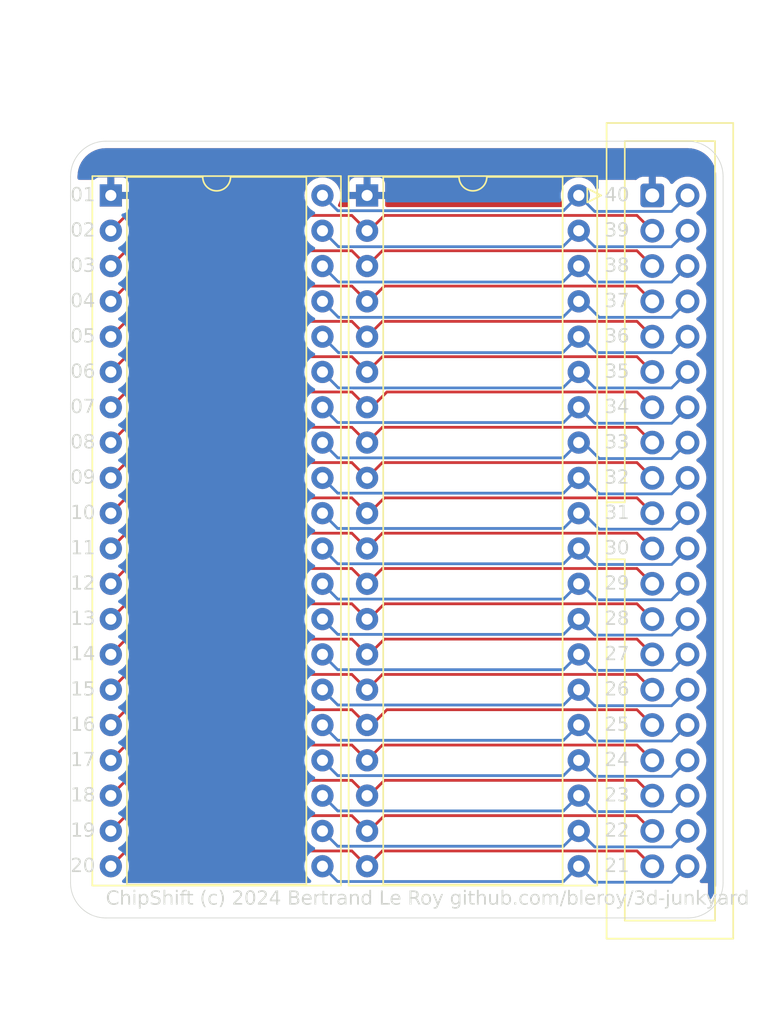
<source format=kicad_pcb>
(kicad_pcb (version 20240108) (generator "pcbnew") (generator_version "8.0")
  (layers (0 "F.Cu" signal) (31 "B.Cu" signal) (34 "B.Paste" user) (35 "F.Paste" user) (36 "B.SilkS" user "B.Silkscreen") (37 "F.SilkS" user "F.Silkscreen") (38 "B.Mask" user) (39 "F.Mask" user) (44 "Edge.Cuts" user))
  (net 0 "")
  (net 1 "Net-(J1-Pin_33)")
  (net 2 "Net-(J1-Pin_15)")
  (net 3 "Net-(J1-Pin_24)")
  (net 4 "Net-(J1-Pin_2)")
  (net 5 "Net-(J1-Pin_7)")
  (net 6 "Net-(J1-Pin_1)")
  (net 7 "Net-(J1-Pin_35)")
  (net 8 "Net-(J1-Pin_36)")
  (net 9 "Net-(J1-Pin_26)")
  (net 10 "Net-(J1-Pin_10)")
  (net 11 "Net-(J1-Pin_32)")
  (net 12 "Net-(J1-Pin_14)")
  (net 13 "Net-(J1-Pin_8)")
  (net 14 "Net-(J1-Pin_18)")
  (net 15 "Net-(J1-Pin_12)")
  (net 16 "Net-(J1-Pin_11)")
  (net 17 "Net-(J1-Pin_9)")
  (net 18 "Net-(J1-Pin_3)")
  (net 19 "Net-(J1-Pin_13)")
  (net 20 "Net-(J1-Pin_28)")
  (net 21 "Net-(J1-Pin_22)")
  (net 22 "Net-(J1-Pin_37)")
  (net 23 "Net-(J1-Pin_30)")
  (net 24 "Net-(J1-Pin_25)")
  (net 25 "Net-(J1-Pin_16)")
  (net 26 "Net-(J1-Pin_5)")
  (net 27 "Net-(J1-Pin_23)")
  (net 28 "Net-(J1-Pin_6)")
  (net 29 "Net-(J1-Pin_29)")
  (net 30 "Net-(J1-Pin_38)")
  (net 31 "Net-(J1-Pin_21)")
  (net 32 "Net-(J1-Pin_4)")
  (net 33 "Net-(J1-Pin_19)")
  (net 34 "Net-(J1-Pin_34)")
  (net 35 "Net-(J1-Pin_17)")
  (net 36 "Net-(J1-Pin_20)")
  (net 37 "Net-(J1-Pin_31)")
  (net 38 "Net-(J1-Pin_39)")
  (net 39 "Net-(J1-Pin_40)")
  (net 40 "Net-(J1-Pin_27)")
  (footprint "Package_DIP:DIP-40_W15.24mm_Socket" (layer "F.Cu") (at 92.475 42)
    (property "Reference" "J2" (hide yes))
    (property "Value" "Conn_01x40" (hide yes))
    (fp_line (start -1.33 -1.39) (end -1.33 49.65) (stroke (width 0.12)) (layer "F.SilkS"))
    (fp_line (start -1.33 49.65) (end 16.57 49.65) (stroke (width 0.12)) (layer "F.SilkS"))
    (fp_line (start 1.16 -1.33) (end 1.16 49.59) (stroke (width 0.12)) (layer "F.SilkS"))
    (fp_line (start 1.16 49.59) (end 14.08 49.59) (stroke (width 0.12)) (layer "F.SilkS"))
    (fp_line (start 6.62 -1.33) (end 1.16 -1.33) (stroke (width 0.12)) (layer "F.SilkS"))
    (fp_line (start 14.08 -1.33) (end 8.62 -1.33) (stroke (width 0.12)) (layer "F.SilkS"))
    (fp_line (start 14.08 49.59) (end 14.08 -1.33) (stroke (width 0.12)) (layer "F.SilkS"))
    (fp_line (start 16.57 -1.39) (end -1.33 -1.39) (stroke (width 0.12)) (layer "F.SilkS"))
    (fp_line (start 16.57 49.65) (end 16.57 -1.39) (stroke (width 0.12)) (layer "F.SilkS"))
    (fp_arc (start 8.62 -1.33) (mid 7.62 -0.33) (end 6.62 -1.33) (stroke (width 0.12)) (layer "F.SilkS"))
    (pad "1" thru_hole rect (at 0 0) (size 1.6 1.6) (drill 0.8) (layers "*.Cu" "*.Mask") (net 6 "Net-(J1-Pin_1)"))
    (pad "2" thru_hole oval (at 0 2.54) (size 1.6 1.6) (drill 0.8) (layers "*.Cu" "*.Mask") (net 4 "Net-(J1-Pin_2)"))
    (pad "3" thru_hole oval (at 0 5.08) (size 1.6 1.6) (drill 0.8) (layers "*.Cu" "*.Mask") (net 18 "Net-(J1-Pin_3)"))
    (pad "4" thru_hole oval (at 0 7.62) (size 1.6 1.6) (drill 0.8) (layers "*.Cu" "*.Mask") (net 32 "Net-(J1-Pin_4)"))
    (pad "5" thru_hole oval (at 0 10.16) (size 1.6 1.6) (drill 0.8) (layers "*.Cu" "*.Mask") (net 26 "Net-(J1-Pin_5)"))
    (pad "6" thru_hole oval (at 0 12.7) (size 1.6 1.6) (drill 0.8) (layers "*.Cu" "*.Mask") (net 28 "Net-(J1-Pin_6)"))
    (pad "7" thru_hole oval (at 0 15.24) (size 1.6 1.6) (drill 0.8) (layers "*.Cu" "*.Mask") (net 5 "Net-(J1-Pin_7)"))
    (pad "8" thru_hole oval (at 0 17.78) (size 1.6 1.6) (drill 0.8) (layers "*.Cu" "*.Mask") (net 13 "Net-(J1-Pin_8)"))
    (pad "9" thru_hole oval (at 0 20.32) (size 1.6 1.6) (drill 0.8) (layers "*.Cu" "*.Mask") (net 17 "Net-(J1-Pin_9)"))
    (pad "10" thru_hole oval (at 0 22.86) (size 1.6 1.6) (drill 0.8) (layers "*.Cu" "*.Mask") (net 10 "Net-(J1-Pin_10)"))
    (pad "11" thru_hole oval (at 0 25.4) (size 1.6 1.6) (drill 0.8) (layers "*.Cu" "*.Mask") (net 16 "Net-(J1-Pin_11)"))
    (pad "12" thru_hole oval (at 0 27.94) (size 1.6 1.6) (drill 0.8) (layers "*.Cu" "*.Mask") (net 15 "Net-(J1-Pin_12)"))
    (pad "13" thru_hole oval (at 0 30.48) (size 1.6 1.6) (drill 0.8) (layers "*.Cu" "*.Mask") (net 19 "Net-(J1-Pin_13)"))
    (pad "14" thru_hole oval (at 0 33.02) (size 1.6 1.6) (drill 0.8) (layers "*.Cu" "*.Mask") (net 12 "Net-(J1-Pin_14)"))
    (pad "15" thru_hole oval (at 0 35.56) (size 1.6 1.6) (drill 0.8) (layers "*.Cu" "*.Mask") (net 2 "Net-(J1-Pin_15)"))
    (pad "16" thru_hole oval (at 0 38.1) (size 1.6 1.6) (drill 0.8) (layers "*.Cu" "*.Mask") (net 25 "Net-(J1-Pin_16)"))
    (pad "17" thru_hole oval (at 0 40.64) (size 1.6 1.6) (drill 0.8) (layers "*.Cu" "*.Mask") (net 35 "Net-(J1-Pin_17)"))
    (pad "18" thru_hole oval (at 0 43.18) (size 1.6 1.6) (drill 0.8) (layers "*.Cu" "*.Mask") (net 14 "Net-(J1-Pin_18)"))
    (pad "19" thru_hole oval (at 0 45.72) (size 1.6 1.6) (drill 0.8) (layers "*.Cu" "*.Mask") (net 33 "Net-(J1-Pin_19)"))
    (pad "20" thru_hole oval (at 0 48.26) (size 1.6 1.6) (drill 0.8) (layers "*.Cu" "*.Mask") (net 36 "Net-(J1-Pin_20)"))
    (pad "21" thru_hole oval (at 15.24 48.26) (size 1.6 1.6) (drill 0.8) (layers "*.Cu" "*.Mask") (net 31 "Net-(J1-Pin_21)"))
    (pad "22" thru_hole oval (at 15.24 45.72) (size 1.6 1.6) (drill 0.8) (layers "*.Cu" "*.Mask") (net 21 "Net-(J1-Pin_22)"))
    (pad "23" thru_hole oval (at 15.24 43.18) (size 1.6 1.6) (drill 0.8) (layers "*.Cu" "*.Mask") (net 27 "Net-(J1-Pin_23)"))
    (pad "24" thru_hole oval (at 15.24 40.64) (size 1.6 1.6) (drill 0.8) (layers "*.Cu" "*.Mask") (net 3 "Net-(J1-Pin_24)"))
    (pad "25" thru_hole oval (at 15.24 38.1) (size 1.6 1.6) (drill 0.8) (layers "*.Cu" "*.Mask") (net 24 "Net-(J1-Pin_25)"))
    (pad "26" thru_hole oval (at 15.24 35.56) (size 1.6 1.6) (drill 0.8) (layers "*.Cu" "*.Mask") (net 9 "Net-(J1-Pin_26)"))
    (pad "27" thru_hole oval (at 15.24 33.02) (size 1.6 1.6) (drill 0.8) (layers "*.Cu" "*.Mask") (net 40 "Net-(J1-Pin_27)"))
    (pad "28" thru_hole oval (at 15.24 30.48) (size 1.6 1.6) (drill 0.8) (layers "*.Cu" "*.Mask") (net 20 "Net-(J1-Pin_28)"))
    (pad "29" thru_hole oval (at 15.24 27.94) (size 1.6 1.6) (drill 0.8) (layers "*.Cu" "*.Mask") (net 29 "Net-(J1-Pin_29)"))
    (pad "30" thru_hole oval (at 15.24 25.4) (size 1.6 1.6) (drill 0.8) (layers "*.Cu" "*.Mask") (net 23 "Net-(J1-Pin_30)"))
    (pad "31" thru_hole oval (at 15.24 22.86) (size 1.6 1.6) (drill 0.8) (layers "*.Cu" "*.Mask") (net 37 "Net-(J1-Pin_31)"))
    (pad "32" thru_hole oval (at 15.24 20.32) (size 1.6 1.6) (drill 0.8) (layers "*.Cu" "*.Mask") (net 11 "Net-(J1-Pin_32)"))
    (pad "33" thru_hole oval (at 15.24 17.78) (size 1.6 1.6) (drill 0.8) (layers "*.Cu" "*.Mask") (net 1 "Net-(J1-Pin_33)"))
    (pad "34" thru_hole oval (at 15.24 15.24) (size 1.6 1.6) (drill 0.8) (layers "*.Cu" "*.Mask") (net 34 "Net-(J1-Pin_34)"))
    (pad "35" thru_hole oval (at 15.24 12.7) (size 1.6 1.6) (drill 0.8) (layers "*.Cu" "*.Mask") (net 7 "Net-(J1-Pin_35)"))
    (pad "36" thru_hole oval (at 15.24 10.16) (size 1.6 1.6) (drill 0.8) (layers "*.Cu" "*.Mask") (net 8 "Net-(J1-Pin_36)"))
    (pad "37" thru_hole oval (at 15.24 7.62) (size 1.6 1.6) (drill 0.8) (layers "*.Cu" "*.Mask") (net 22 "Net-(J1-Pin_37)"))
    (pad "38" thru_hole oval (at 15.24 5.08) (size 1.6 1.6) (drill 0.8) (layers "*.Cu" "*.Mask") (net 30 "Net-(J1-Pin_38)"))
    (pad "39" thru_hole oval (at 15.24 2.54) (size 1.6 1.6) (drill 0.8) (layers "*.Cu" "*.Mask") (net 38 "Net-(J1-Pin_39)"))
    (pad "40" thru_hole oval (at 15.24 0) (size 1.6 1.6) (drill 0.8) (layers "*.Cu" "*.Mask") (net 39 "Net-(J1-Pin_40)"))
  )
  (footprint "Package_DIP:DIP-40_W15.24mm_Socket" (layer "F.Cu") (at 74.02 42)
    (property "Reference" "J1" (hide yes))
    (property "Value" "Conn_01x40" (hide yes))
    (fp_line (start -1.33 -1.39) (end -1.33 49.65) (stroke (width 0.12)) (layer "F.SilkS"))
    (fp_line (start -1.33 49.65) (end 16.57 49.65) (stroke (width 0.12)) (layer "F.SilkS"))
    (fp_line (start 1.16 -1.33) (end 1.16 49.59) (stroke (width 0.12)) (layer "F.SilkS"))
    (fp_line (start 1.16 49.59) (end 14.08 49.59) (stroke (width 0.12)) (layer "F.SilkS"))
    (fp_line (start 6.62 -1.33) (end 1.16 -1.33) (stroke (width 0.12)) (layer "F.SilkS"))
    (fp_line (start 14.08 -1.33) (end 8.62 -1.33) (stroke (width 0.12)) (layer "F.SilkS"))
    (fp_line (start 14.08 49.59) (end 14.08 -1.33) (stroke (width 0.12)) (layer "F.SilkS"))
    (fp_line (start 16.57 -1.39) (end -1.33 -1.39) (stroke (width 0.12)) (layer "F.SilkS"))
    (fp_line (start 16.57 49.65) (end 16.57 -1.39) (stroke (width 0.12)) (layer "F.SilkS"))
    (fp_arc (start 8.62 -1.33) (mid 7.62 -0.33) (end 6.62 -1.33) (stroke (width 0.12)) (layer "F.SilkS"))
    (pad "1" thru_hole rect (at 0 0) (size 1.6 1.6) (drill 0.8) (layers "*.Cu" "*.Mask") (net 6 "Net-(J1-Pin_1)"))
    (pad "2" thru_hole oval (at 0 2.54) (size 1.6 1.6) (drill 0.8) (layers "*.Cu" "*.Mask") (net 4 "Net-(J1-Pin_2)"))
    (pad "3" thru_hole oval (at 0 5.08) (size 1.6 1.6) (drill 0.8) (layers "*.Cu" "*.Mask") (net 18 "Net-(J1-Pin_3)"))
    (pad "4" thru_hole oval (at 0 7.62) (size 1.6 1.6) (drill 0.8) (layers "*.Cu" "*.Mask") (net 32 "Net-(J1-Pin_4)"))
    (pad "5" thru_hole oval (at 0 10.16) (size 1.6 1.6) (drill 0.8) (layers "*.Cu" "*.Mask") (net 26 "Net-(J1-Pin_5)"))
    (pad "6" thru_hole oval (at 0 12.7) (size 1.6 1.6) (drill 0.8) (layers "*.Cu" "*.Mask") (net 28 "Net-(J1-Pin_6)"))
    (pad "7" thru_hole oval (at 0 15.24) (size 1.6 1.6) (drill 0.8) (layers "*.Cu" "*.Mask") (net 5 "Net-(J1-Pin_7)"))
    (pad "8" thru_hole oval (at 0 17.78) (size 1.6 1.6) (drill 0.8) (layers "*.Cu" "*.Mask") (net 13 "Net-(J1-Pin_8)"))
    (pad "9" thru_hole oval (at 0 20.32) (size 1.6 1.6) (drill 0.8) (layers "*.Cu" "*.Mask") (net 17 "Net-(J1-Pin_9)"))
    (pad "10" thru_hole oval (at 0 22.86) (size 1.6 1.6) (drill 0.8) (layers "*.Cu" "*.Mask") (net 10 "Net-(J1-Pin_10)"))
    (pad "11" thru_hole oval (at 0 25.4) (size 1.6 1.6) (drill 0.8) (layers "*.Cu" "*.Mask") (net 16 "Net-(J1-Pin_11)"))
    (pad "12" thru_hole oval (at 0 27.94) (size 1.6 1.6) (drill 0.8) (layers "*.Cu" "*.Mask") (net 15 "Net-(J1-Pin_12)"))
    (pad "13" thru_hole oval (at 0 30.48) (size 1.6 1.6) (drill 0.8) (layers "*.Cu" "*.Mask") (net 19 "Net-(J1-Pin_13)"))
    (pad "14" thru_hole oval (at 0 33.02) (size 1.6 1.6) (drill 0.8) (layers "*.Cu" "*.Mask") (net 12 "Net-(J1-Pin_14)"))
    (pad "15" thru_hole oval (at 0 35.56) (size 1.6 1.6) (drill 0.8) (layers "*.Cu" "*.Mask") (net 2 "Net-(J1-Pin_15)"))
    (pad "16" thru_hole oval (at 0 38.1) (size 1.6 1.6) (drill 0.8) (layers "*.Cu" "*.Mask") (net 25 "Net-(J1-Pin_16)"))
    (pad "17" thru_hole oval (at 0 40.64) (size 1.6 1.6) (drill 0.8) (layers "*.Cu" "*.Mask") (net 35 "Net-(J1-Pin_17)"))
    (pad "18" thru_hole oval (at 0 43.18) (size 1.6 1.6) (drill 0.8) (layers "*.Cu" "*.Mask") (net 14 "Net-(J1-Pin_18)"))
    (pad "19" thru_hole oval (at 0 45.72) (size 1.6 1.6) (drill 0.8) (layers "*.Cu" "*.Mask") (net 33 "Net-(J1-Pin_19)"))
    (pad "20" thru_hole oval (at 0 48.26) (size 1.6 1.6) (drill 0.8) (layers "*.Cu" "*.Mask") (net 36 "Net-(J1-Pin_20)"))
    (pad "21" thru_hole oval (at 15.24 48.26) (size 1.6 1.6) (drill 0.8) (layers "*.Cu" "*.Mask") (net 31 "Net-(J1-Pin_21)"))
    (pad "22" thru_hole oval (at 15.24 45.72) (size 1.6 1.6) (drill 0.8) (layers "*.Cu" "*.Mask") (net 21 "Net-(J1-Pin_22)"))
    (pad "23" thru_hole oval (at 15.24 43.18) (size 1.6 1.6) (drill 0.8) (layers "*.Cu" "*.Mask") (net 27 "Net-(J1-Pin_23)"))
    (pad "24" thru_hole oval (at 15.24 40.64) (size 1.6 1.6) (drill 0.8) (layers "*.Cu" "*.Mask") (net 3 "Net-(J1-Pin_24)"))
    (pad "25" thru_hole oval (at 15.24 38.1) (size 1.6 1.6) (drill 0.8) (layers "*.Cu" "*.Mask") (net 24 "Net-(J1-Pin_25)"))
    (pad "26" thru_hole oval (at 15.24 35.56) (size 1.6 1.6) (drill 0.8) (layers "*.Cu" "*.Mask") (net 9 "Net-(J1-Pin_26)"))
    (pad "27" thru_hole oval (at 15.24 33.02) (size 1.6 1.6) (drill 0.8) (layers "*.Cu" "*.Mask") (net 40 "Net-(J1-Pin_27)"))
    (pad "28" thru_hole oval (at 15.24 30.48) (size 1.6 1.6) (drill 0.8) (layers "*.Cu" "*.Mask") (net 20 "Net-(J1-Pin_28)"))
    (pad "29" thru_hole oval (at 15.24 27.94) (size 1.6 1.6) (drill 0.8) (layers "*.Cu" "*.Mask") (net 29 "Net-(J1-Pin_29)"))
    (pad "30" thru_hole oval (at 15.24 25.4) (size 1.6 1.6) (drill 0.8) (layers "*.Cu" "*.Mask") (net 23 "Net-(J1-Pin_30)"))
    (pad "31" thru_hole oval (at 15.24 22.86) (size 1.6 1.6) (drill 0.8) (layers "*.Cu" "*.Mask") (net 37 "Net-(J1-Pin_31)"))
    (pad "32" thru_hole oval (at 15.24 20.32) (size 1.6 1.6) (drill 0.8) (layers "*.Cu" "*.Mask") (net 11 "Net-(J1-Pin_32)"))
    (pad "33" thru_hole oval (at 15.24 17.78) (size 1.6 1.6) (drill 0.8) (layers "*.Cu" "*.Mask") (net 1 "Net-(J1-Pin_33)"))
    (pad "34" thru_hole oval (at 15.24 15.24) (size 1.6 1.6) (drill 0.8) (layers "*.Cu" "*.Mask") (net 34 "Net-(J1-Pin_34)"))
    (pad "35" thru_hole oval (at 15.24 12.7) (size 1.6 1.6) (drill 0.8) (layers "*.Cu" "*.Mask") (net 7 "Net-(J1-Pin_35)"))
    (pad "36" thru_hole oval (at 15.24 10.16) (size 1.6 1.6) (drill 0.8) (layers "*.Cu" "*.Mask") (net 8 "Net-(J1-Pin_36)"))
    (pad "37" thru_hole oval (at 15.24 7.62) (size 1.6 1.6) (drill 0.8) (layers "*.Cu" "*.Mask") (net 22 "Net-(J1-Pin_37)"))
    (pad "38" thru_hole oval (at 15.24 5.08) (size 1.6 1.6) (drill 0.8) (layers "*.Cu" "*.Mask") (net 30 "Net-(J1-Pin_38)"))
    (pad "39" thru_hole oval (at 15.24 2.54) (size 1.6 1.6) (drill 0.8) (layers "*.Cu" "*.Mask") (net 38 "Net-(J1-Pin_39)"))
    (pad "40" thru_hole oval (at 15.24 0) (size 1.6 1.6) (drill 0.8) (layers "*.Cu" "*.Mask") (net 39 "Net-(J1-Pin_40)"))
  )
  (footprint "Connector_IDC:IDC-Header_2x20_P2.54mm_Vertical" (layer "F.Cu") (at 113.01 42)
    (property "Reference" "J3" (hide yes))
    (property "Value" "Conn_01x40" (hide yes))
    (fp_line (start -4.68 -0.5) (end -4.68 0.5) (stroke (width 0.12)) (layer "F.SilkS"))
    (fp_line (start -4.68 0.5) (end -3.68 0) (stroke (width 0.12)) (layer "F.SilkS"))
    (fp_line (start -3.68 0) (end -4.68 -0.5) (stroke (width 0.12)) (layer "F.SilkS"))
    (fp_line (start -3.29 -5.21) (end 5.83 -5.21) (stroke (width 0.12)) (layer "F.SilkS"))
    (fp_line (start -3.29 22.08) (end -1.98 22.08) (stroke (width 0.12)) (layer "F.SilkS"))
    (fp_line (start -3.29 53.47) (end -3.29 -5.21) (stroke (width 0.12)) (layer "F.SilkS"))
    (fp_line (start -1.98 -3.91) (end 4.52 -3.91) (stroke (width 0.12)) (layer "F.SilkS"))
    (fp_line (start -1.98 22.08) (end -1.98 -3.91) (stroke (width 0.12)) (layer "F.SilkS"))
    (fp_line (start -1.98 26.18) (end -3.29 26.18) (stroke (width 0.12)) (layer "F.SilkS"))
    (fp_line (start -1.98 26.18) (end -1.98 26.18) (stroke (width 0.12)) (layer "F.SilkS"))
    (fp_line (start -1.98 52.17) (end -1.98 26.18) (stroke (width 0.12)) (layer "F.SilkS"))
    (fp_line (start 4.52 -3.91) (end 4.52 52.17) (stroke (width 0.12)) (layer "F.SilkS"))
    (fp_line (start 4.52 52.17) (end -1.98 52.17) (stroke (width 0.12)) (layer "F.SilkS"))
    (fp_line (start 5.83 -5.21) (end 5.83 53.47) (stroke (width 0.12)) (layer "F.SilkS"))
    (fp_line (start 5.83 53.47) (end -3.29 53.47) (stroke (width 0.12)) (layer "F.SilkS"))
    (pad "1" thru_hole roundrect (at 0 0) (size 1.7 1.7) (drill 1) (layers "*.Cu" "*.Mask") (roundrect_rratio 0.1470588235) (net 6 "Net-(J1-Pin_1)"))
    (pad "2" thru_hole circle (at 0 2.54) (size 1.7 1.7) (drill 1) (layers "*.Cu" "*.Mask") (net 4 "Net-(J1-Pin_2)"))
    (pad "3" thru_hole circle (at 0 5.08) (size 1.7 1.7) (drill 1) (layers "*.Cu" "*.Mask") (net 18 "Net-(J1-Pin_3)"))
    (pad "4" thru_hole circle (at 0 7.62) (size 1.7 1.7) (drill 1) (layers "*.Cu" "*.Mask") (net 32 "Net-(J1-Pin_4)"))
    (pad "5" thru_hole circle (at 0 10.16) (size 1.7 1.7) (drill 1) (layers "*.Cu" "*.Mask") (net 26 "Net-(J1-Pin_5)"))
    (pad "6" thru_hole circle (at 0 12.7) (size 1.7 1.7) (drill 1) (layers "*.Cu" "*.Mask") (net 28 "Net-(J1-Pin_6)"))
    (pad "7" thru_hole circle (at 0 15.24) (size 1.7 1.7) (drill 1) (layers "*.Cu" "*.Mask") (net 5 "Net-(J1-Pin_7)"))
    (pad "8" thru_hole circle (at 0 17.78) (size 1.7 1.7) (drill 1) (layers "*.Cu" "*.Mask") (net 13 "Net-(J1-Pin_8)"))
    (pad "9" thru_hole circle (at 0 20.32) (size 1.7 1.7) (drill 1) (layers "*.Cu" "*.Mask") (net 17 "Net-(J1-Pin_9)"))
    (pad "10" thru_hole circle (at 0 22.86) (size 1.7 1.7) (drill 1) (layers "*.Cu" "*.Mask") (net 10 "Net-(J1-Pin_10)"))
    (pad "11" thru_hole circle (at 0 25.4) (size 1.7 1.7) (drill 1) (layers "*.Cu" "*.Mask") (net 16 "Net-(J1-Pin_11)"))
    (pad "12" thru_hole circle (at 0 27.94) (size 1.7 1.7) (drill 1) (layers "*.Cu" "*.Mask") (net 15 "Net-(J1-Pin_12)"))
    (pad "13" thru_hole circle (at 0 30.48) (size 1.7 1.7) (drill 1) (layers "*.Cu" "*.Mask") (net 19 "Net-(J1-Pin_13)"))
    (pad "14" thru_hole circle (at 0 33.02) (size 1.7 1.7) (drill 1) (layers "*.Cu" "*.Mask") (net 12 "Net-(J1-Pin_14)"))
    (pad "15" thru_hole circle (at 0 35.56) (size 1.7 1.7) (drill 1) (layers "*.Cu" "*.Mask") (net 2 "Net-(J1-Pin_15)"))
    (pad "16" thru_hole circle (at 0 38.1) (size 1.7 1.7) (drill 1) (layers "*.Cu" "*.Mask") (net 25 "Net-(J1-Pin_16)"))
    (pad "17" thru_hole circle (at 0 40.64) (size 1.7 1.7) (drill 1) (layers "*.Cu" "*.Mask") (net 35 "Net-(J1-Pin_17)"))
    (pad "18" thru_hole circle (at 0 43.18) (size 1.7 1.7) (drill 1) (layers "*.Cu" "*.Mask") (net 14 "Net-(J1-Pin_18)"))
    (pad "19" thru_hole circle (at 0 45.72) (size 1.7 1.7) (drill 1) (layers "*.Cu" "*.Mask") (net 33 "Net-(J1-Pin_19)"))
    (pad "20" thru_hole circle (at 0 48.26) (size 1.7 1.7) (drill 1) (layers "*.Cu" "*.Mask") (net 36 "Net-(J1-Pin_20)"))
    (pad "21" thru_hole circle (at 2.54 48.26) (size 1.7 1.7) (drill 1) (layers "*.Cu" "*.Mask") (net 31 "Net-(J1-Pin_21)"))
    (pad "22" thru_hole circle (at 2.54 45.72) (size 1.7 1.7) (drill 1) (layers "*.Cu" "*.Mask") (net 21 "Net-(J1-Pin_22)"))
    (pad "23" thru_hole circle (at 2.54 43.18) (size 1.7 1.7) (drill 1) (layers "*.Cu" "*.Mask") (net 27 "Net-(J1-Pin_23)"))
    (pad "24" thru_hole circle (at 2.54 40.64) (size 1.7 1.7) (drill 1) (layers "*.Cu" "*.Mask") (net 3 "Net-(J1-Pin_24)"))
    (pad "25" thru_hole circle (at 2.54 38.1) (size 1.7 1.7) (drill 1) (layers "*.Cu" "*.Mask") (net 24 "Net-(J1-Pin_25)"))
    (pad "26" thru_hole circle (at 2.54 35.56) (size 1.7 1.7) (drill 1) (layers "*.Cu" "*.Mask") (net 9 "Net-(J1-Pin_26)"))
    (pad "27" thru_hole circle (at 2.54 33.02) (size 1.7 1.7) (drill 1) (layers "*.Cu" "*.Mask") (net 40 "Net-(J1-Pin_27)"))
    (pad "28" thru_hole circle (at 2.54 30.48) (size 1.7 1.7) (drill 1) (layers "*.Cu" "*.Mask") (net 20 "Net-(J1-Pin_28)"))
    (pad "29" thru_hole circle (at 2.54 27.94) (size 1.7 1.7) (drill 1) (layers "*.Cu" "*.Mask") (net 29 "Net-(J1-Pin_29)"))
    (pad "30" thru_hole circle (at 2.54 25.4) (size 1.7 1.7) (drill 1) (layers "*.Cu" "*.Mask") (net 23 "Net-(J1-Pin_30)"))
    (pad "31" thru_hole circle (at 2.54 22.86) (size 1.7 1.7) (drill 1) (layers "*.Cu" "*.Mask") (net 37 "Net-(J1-Pin_31)"))
    (pad "32" thru_hole circle (at 2.54 20.32) (size 1.7 1.7) (drill 1) (layers "*.Cu" "*.Mask") (net 11 "Net-(J1-Pin_32)"))
    (pad "33" thru_hole circle (at 2.54 17.78) (size 1.7 1.7) (drill 1) (layers "*.Cu" "*.Mask") (net 1 "Net-(J1-Pin_33)"))
    (pad "34" thru_hole circle (at 2.54 15.24) (size 1.7 1.7) (drill 1) (layers "*.Cu" "*.Mask") (net 34 "Net-(J1-Pin_34)"))
    (pad "35" thru_hole circle (at 2.54 12.7) (size 1.7 1.7) (drill 1) (layers "*.Cu" "*.Mask") (net 7 "Net-(J1-Pin_35)"))
    (pad "36" thru_hole circle (at 2.54 10.16) (size 1.7 1.7) (drill 1) (layers "*.Cu" "*.Mask") (net 8 "Net-(J1-Pin_36)"))
    (pad "37" thru_hole circle (at 2.54 7.62) (size 1.7 1.7) (drill 1) (layers "*.Cu" "*.Mask") (net 22 "Net-(J1-Pin_37)"))
    (pad "38" thru_hole circle (at 2.54 5.08) (size 1.7 1.7) (drill 1) (layers "*.Cu" "*.Mask") (net 30 "Net-(J1-Pin_38)"))
    (pad "39" thru_hole circle (at 2.54 2.54) (size 1.7 1.7) (drill 1) (layers "*.Cu" "*.Mask") (net 38 "Net-(J1-Pin_39)"))
    (pad "40" thru_hole circle (at 2.54 0) (size 1.7 1.7) (drill 1) (layers "*.Cu" "*.Mask") (net 39 "Net-(J1-Pin_40)"))
  )
  (gr_line (start 115.57 93.98) (end 73.66 93.98) (stroke (width 0.05)) (layer "Edge.Cuts"))
  (gr_arc (start 115.57 38.1) (mid 117.366051 38.843949) (end 118.11 40.64) (stroke (width 0.05)) (layer "Edge.Cuts"))
  (gr_arc (start 118.11 91.44) (mid 117.366051 93.236051) (end 115.57 93.98) (stroke (width 0.05)) (layer "Edge.Cuts"))
  (gr_line (start 118.11 40.64) (end 118.11 91.44) (stroke (width 0.05)) (layer "Edge.Cuts"))
  (gr_line (start 71.12 91.44) (end 71.12 40.64) (stroke (width 0.05)) (layer "Edge.Cuts"))
  (gr_line (start 73.66 38.1) (end 115.57 38.1) (stroke (width 0.05)) (layer "Edge.Cuts"))
  (gr_arc (start 71.12 40.64) (mid 71.863949 38.843949) (end 73.66 38.1) (stroke (width 0.05)) (layer "Edge.Cuts"))
  (gr_arc (start 73.66 93.98) (mid 71.863949 93.236051) (end 71.12 91.44) (stroke (width 0.05)) (layer "Edge.Cuts"))
  (gr_text "03" (at 72.898 47.08 0) (layer "Edge.Cuts") (effects (font (size 1 1)) (justify right)))
  (gr_text "32" (at 109.58 62.32 0) (layer "Edge.Cuts") (effects (font (size 1 1)) (justify left)))
  (gr_text "31" (at 109.58 64.86 0) (layer "Edge.Cuts") (effects (font (size 1 1)) (justify left)))
  (gr_text "11" (at 72.898 67.4 0) (layer "Edge.Cuts") (effects (font (size 1 1)) (justify right)))
  (gr_text "39" (at 109.58 44.54 0) (layer "Edge.Cuts") (effects (font (size 1 1)) (justify left)))
  (gr_text "30" (at 109.58 67.4 0) (layer "Edge.Cuts") (effects (font (size 1 1)) (justify left)))
  (gr_text "26" (at 109.58 77.56 0) (layer "Edge.Cuts") (effects (font (size 1 1)) (justify left)))
  (gr_text "24" (at 109.58 82.64 0) (layer "Edge.Cuts") (effects (font (size 1 1)) (justify left)))
  (gr_text "28" (at 109.58 72.48 0) (layer "Edge.Cuts") (effects (font (size 1 1)) (justify left)))
  (gr_text "07" (at 72.898 57.24 0) (layer "Edge.Cuts") (effects (font (size 1 1)) (justify right)))
  (gr_text "29" (at 109.58 69.94 0) (layer "Edge.Cuts") (effects (font (size 1 1)) (justify left)))
  (gr_text "17" (at 72.898 82.64 0) (layer "Edge.Cuts") (effects (font (size 1 1)) (justify right)))
  (gr_text "18" (at 72.898 85.18 0) (layer "Edge.Cuts") (effects (font (size 1 1)) (justify right)))
  (gr_text "34" (at 109.58 57.24 0) (layer "Edge.Cuts") (effects (font (size 1 1)) (justify left)))
  (gr_text "38" (at 109.58 47.08 0) (layer "Edge.Cuts") (effects (font (size 1 1)) (justify left)))
  (gr_text "40" (at 109.58 42 0) (layer "Edge.Cuts") (effects (font (size 1 1)) (justify left)))
  (gr_text "33" (at 109.58 59.78 0) (layer "Edge.Cuts") (effects (font (size 1 1)) (justify left)))
  (gr_text "02" (at 72.898 44.54 0) (layer "Edge.Cuts") (effects (font (size 1 1)) (justify right)))
  (gr_text "20" (at 72.898 90.26 0) (layer "Edge.Cuts") (effects (font (size 1 1)) (justify right)))
  (gr_text "10" (at 72.898 64.86 0) (layer "Edge.Cuts") (effects (font (size 1 1)) (justify right)))
  (gr_text "22" (at 109.58 87.72 0) (layer "Edge.Cuts") (effects (font (size 1 1)) (justify left)))
  (gr_text "23" (at 109.58 85.18 0) (layer "Edge.Cuts") (effects (font (size 1 1)) (justify left)))
  (gr_text "37" (at 109.58 49.62 0) (layer "Edge.Cuts") (effects (font (size 1 1)) (justify left)))
  (gr_text "14" (at 72.898 75.02 0) (layer "Edge.Cuts") (effects (font (size 1 1)) (justify right)))
  (gr_text "ChipShift (c) 2024 Bertrand Le Roy github.com/bleroy/3d-junkyard" (at 73.66 93.1926 0) (layer "Edge.Cuts") (effects (font (size 1 1)) (justify left bottom)))
  (gr_text "13" (at 72.898 72.48 0) (layer "Edge.Cuts") (effects (font (size 1 1)) (justify right)))
  (gr_text "19" (at 72.898 87.72 0) (layer "Edge.Cuts") (effects (font (size 1 1)) (justify right)))
  (gr_text "16" (at 72.898 80.1 0) (layer "Edge.Cuts") (effects (font (size 1 1)) (justify right)))
  (gr_text "25" (at 109.58 80.1 0) (layer "Edge.Cuts") (effects (font (size 1 1)) (justify left)))
  (gr_text "15" (at 72.898 77.56 0) (layer "Edge.Cuts") (effects (font (size 1 1)) (justify right)))
  (gr_text "09" (at 72.898 62.32 0) (layer "Edge.Cuts") (effects (font (size 1 1)) (justify right)))
  (gr_text "12" (at 72.898 69.94 0) (layer "Edge.Cuts") (effects (font (size 1 1)) (justify right)))
  (gr_text "06" (at 72.898 54.7 0) (layer "Edge.Cuts") (effects (font (size 1 1)) (justify right)))
  (gr_text "21" (at 109.58 90.26 0) (layer "Edge.Cuts") (effects (font (size 1 1)) (justify left)))
  (gr_text "35" (at 109.58 54.7 0) (layer "Edge.Cuts") (effects (font (size 1 1)) (justify left)))
  (gr_text "08" (at 72.898 59.78 0) (layer "Edge.Cuts") (effects (font (size 1 1)) (justify right)))
  (gr_text "01" (at 72.898 42 0) (layer "Edge.Cuts") (effects (font (size 1 1)) (justify right)))
  (gr_text "27" (at 109.58 75.02 0) (layer "Edge.Cuts") (effects (font (size 1 1)) (justify left)))
  (gr_text "05" (at 72.898 52.16 0) (layer "Edge.Cuts") (effects (font (size 1 1)) (justify right)))
  (gr_text "04" (at 72.898 49.62 0) (layer "Edge.Cuts") (effects (font (size 1 1)) (justify right)))
  (gr_text "36" (at 109.58 52.16 0) (layer "Edge.Cuts") (effects (font (size 1 1)) (justify left)))
  (segment (start 89.26 59.78) (end 90.36 60.88) (width 0.2) (layer "B.Cu") (net 1))
  (segment (start 109.19 60.93) (end 114.4 60.93) (width 0.2) (layer "B.Cu") (net 1))
  (segment (start 107.715 59.78) (end 108.04 59.78) (width 0.2) (layer "B.Cu") (net 1))
  (segment (start 108.04 59.78) (end 109.19 60.93) (width 0.2) (layer "B.Cu") (net 1))
  (segment (start 106.615 60.88) (end 107.715 59.78) (width 0.2) (layer "B.Cu") (net 1))
  (segment (start 114.4 60.93) (end 115.55 59.78) (width 0.2) (layer "B.Cu") (net 1))
  (segment (start 90.36 60.88) (end 106.615 60.88) (width 0.2) (layer "B.Cu") (net 1))
  (segment (start 75.12 76.46) (end 91.375 76.46) (width 0.2) (layer "F.Cu") (net 2))
  (segment (start 92.475 77.56) (end 93.575 76.46) (width 0.2) (layer "F.Cu") (net 2))
  (segment (start 91.375 76.46) (end 92.475 77.56) (width 0.2) (layer "F.Cu") (net 2))
  (segment (start 93.575 76.46) (end 111.91 76.46) (width 0.2) (layer "F.Cu") (net 2))
  (segment (start 74.02 77.56) (end 75.12 76.46) (width 0.2) (layer "F.Cu") (net 2))
  (segment (start 111.91 76.46) (end 113.01 77.56) (width 0.2) (layer "F.Cu") (net 2))
  (segment (start 106.615 83.74) (end 107.715 82.64) (width 0.2) (layer "B.Cu") (net 3))
  (segment (start 108.865 83.79) (end 114.4 83.79) (width 0.2) (layer "B.Cu") (net 3))
  (segment (start 89.26 82.64) (end 90.36 83.74) (width 0.2) (layer "B.Cu") (net 3))
  (segment (start 107.715 82.64) (end 108.865 83.79) (width 0.2) (layer "B.Cu") (net 3))
  (segment (start 114.4 83.79) (end 115.55 82.64) (width 0.2) (layer "B.Cu") (net 3))
  (segment (start 90.36 83.74) (end 106.615 83.74) (width 0.2) (layer "B.Cu") (net 3))
  (segment (start 74.02 44.54) (end 75.12 43.44) (width 0.2) (layer "F.Cu") (net 4))
  (segment (start 92.475 44.54) (end 92.62 44.54) (width 0.2) (layer "F.Cu") (net 4))
  (segment (start 75.12 43.44) (end 91.375 43.44) (width 0.2) (layer "F.Cu") (net 4))
  (segment (start 92.62 44.54) (end 93.72 43.44) (width 0.2) (layer "F.Cu") (net 4))
  (segment (start 93.72 43.44) (end 111.91 43.44) (width 0.2) (layer "F.Cu") (net 4))
  (segment (start 111.91 43.44) (end 113.01 44.54) (width 0.2) (layer "F.Cu") (net 4))
  (segment (start 91.375 43.44) (end 92.475 44.54) (width 0.2) (layer "F.Cu") (net 4))
  (segment (start 75.12 56.14) (end 91.375 56.14) (width 0.2) (layer "F.Cu") (net 5))
  (segment (start 111.91 56.14) (end 113.01 57.24) (width 0.2) (layer "F.Cu") (net 5))
  (segment (start 92.475 57.24) (end 92.8 57.24) (width 0.2) (layer "F.Cu") (net 5))
  (segment (start 92.8 57.24) (end 93.9 56.14) (width 0.2) (layer "F.Cu") (net 5))
  (segment (start 74.02 57.24) (end 75.12 56.14) (width 0.2) (layer "F.Cu") (net 5))
  (segment (start 91.375 56.14) (end 92.475 57.24) (width 0.2) (layer "F.Cu") (net 5))
  (segment (start 93.9 56.14) (end 111.91 56.14) (width 0.2) (layer "F.Cu") (net 5))
  (segment (start 114.4 55.85) (end 115.55 54.7) (width 0.2) (layer "B.Cu") (net 7))
  (segment (start 89.26 54.7) (end 90.41 55.85) (width 0.2) (layer "B.Cu") (net 7))
  (segment (start 108.865 55.85) (end 114.4 55.85) (width 0.2) (layer "B.Cu") (net 7))
  (segment (start 107.715 54.7) (end 108.865 55.85) (width 0.2) (layer "B.Cu") (net 7))
  (segment (start 106.565 55.85) (end 107.715 54.7) (width 0.2) (layer "B.Cu") (net 7))
  (segment (start 90.41 55.85) (end 106.565 55.85) (width 0.2) (layer "B.Cu") (net 7))
  (segment (start 107.86 52.16) (end 109.01 53.31) (width 0.2) (layer "B.Cu") (net 8))
  (segment (start 106.565 53.31) (end 107.715 52.16) (width 0.2) (layer "B.Cu") (net 8))
  (segment (start 89.26 52.16) (end 90.41 53.31) (width 0.2) (layer "B.Cu") (net 8))
  (segment (start 114.4 53.31) (end 115.55 52.16) (width 0.2) (layer "B.Cu") (net 8))
  (segment (start 90.41 53.31) (end 106.565 53.31) (width 0.2) (layer "B.Cu") (net 8))
  (segment (start 107.715 52.16) (end 107.86 52.16) (width 0.2) (layer "B.Cu") (net 8))
  (segment (start 109.01 53.31) (end 114.4 53.31) (width 0.2) (layer "B.Cu") (net 8))
  (segment (start 114.4 78.71) (end 115.55 77.56) (width 0.2) (layer "B.Cu") (net 9))
  (segment (start 108.865 78.71) (end 114.4 78.71) (width 0.2) (layer "B.Cu") (net 9))
  (segment (start 106.615 78.66) (end 107.715 77.56) (width 0.2) (layer "B.Cu") (net 9))
  (segment (start 107.715 77.56) (end 108.865 78.71) (width 0.2) (layer "B.Cu") (net 9))
  (segment (start 89.26 77.56) (end 90.36 78.66) (width 0.2) (layer "B.Cu") (net 9))
  (segment (start 90.36 78.66) (end 106.615 78.66) (width 0.2) (layer "B.Cu") (net 9))
  (segment (start 111.91 63.76) (end 113.01 64.86) (width 0.2) (layer "F.Cu") (net 10))
  (segment (start 75.12 63.76) (end 91.375 63.76) (width 0.2) (layer "F.Cu") (net 10))
  (segment (start 92.475 64.86) (end 92.62 64.86) (width 0.2) (layer "F.Cu") (net 10))
  (segment (start 93.72 63.76) (end 111.91 63.76) (width 0.2) (layer "F.Cu") (net 10))
  (segment (start 92.62 64.86) (end 93.72 63.76) (width 0.2) (layer "F.Cu") (net 10))
  (segment (start 74.02 64.86) (end 75.12 63.76) (width 0.2) (layer "F.Cu") (net 10))
  (segment (start 91.375 63.76) (end 92.475 64.86) (width 0.2) (layer "F.Cu") (net 10))
  (segment (start 107.715 62.32) (end 108.04 62.32) (width 0.2) (layer "B.Cu") (net 11))
  (segment (start 89.26 62.32) (end 90.36 63.42) (width 0.2) (layer "B.Cu") (net 11))
  (segment (start 114.4 63.47) (end 115.55 62.32) (width 0.2) (layer "B.Cu") (net 11))
  (segment (start 108.04 62.32) (end 109.19 63.47) (width 0.2) (layer "B.Cu") (net 11))
  (segment (start 109.19 63.47) (end 114.4 63.47) (width 0.2) (layer "B.Cu") (net 11))
  (segment (start 106.615 63.42) (end 107.715 62.32) (width 0.2) (layer "B.Cu") (net 11))
  (segment (start 90.36 63.42) (end 106.615 63.42) (width 0.2) (layer "B.Cu") (net 11))
  (segment (start 74.02 75.02) (end 75.12 73.92) (width 0.2) (layer "F.Cu") (net 12))
  (segment (start 75.12 73.92) (end 91.375 73.92) (width 0.2) (layer "F.Cu") (net 12))
  (segment (start 92.475 75.02) (end 92.62 75.02) (width 0.2) (layer "F.Cu") (net 12))
  (segment (start 92.62 75.02) (end 93.72 73.92) (width 0.2) (layer "F.Cu") (net 12))
  (segment (start 91.375 73.92) (end 92.475 75.02) (width 0.2) (layer "F.Cu") (net 12))
  (segment (start 93.72 73.92) (end 111.91 73.92) (width 0.2) (layer "F.Cu") (net 12))
  (segment (start 111.91 73.92) (end 113.01 75.02) (width 0.2) (layer "F.Cu") (net 12))
  (segment (start 75.12 58.68) (end 91.375 58.68) (width 0.2) (layer "F.Cu") (net 13))
  (segment (start 92.475 59.78) (end 93.575 58.68) (width 0.2) (layer "F.Cu") (net 13))
  (segment (start 74.02 59.78) (end 75.12 58.68) (width 0.2) (layer "F.Cu") (net 13))
  (segment (start 111.91 58.68) (end 113.01 59.78) (width 0.2) (layer "F.Cu") (net 13))
  (segment (start 93.575 58.68) (end 111.91 58.68) (width 0.2) (layer "F.Cu") (net 13))
  (segment (start 91.375 58.68) (end 92.475 59.78) (width 0.2) (layer "F.Cu") (net 13))
  (segment (start 111.91 84.08) (end 113.01 85.18) (width 0.2) (layer "F.Cu") (net 14))
  (segment (start 91.375 84.08) (end 92.475 85.18) (width 0.2) (layer "F.Cu") (net 14))
  (segment (start 75.12 84.08) (end 91.375 84.08) (width 0.2) (layer "F.Cu") (net 14))
  (segment (start 93.72 84.08) (end 111.91 84.08) (width 0.2) (layer "F.Cu") (net 14))
  (segment (start 92.62 85.18) (end 93.72 84.08) (width 0.2) (layer "F.Cu") (net 14))
  (segment (start 92.475 85.18) (end 92.62 85.18) (width 0.2) (layer "F.Cu") (net 14))
  (segment (start 74.02 85.18) (end 75.12 84.08) (width 0.2) (layer "F.Cu") (net 14))
  (segment (start 92.475 69.94) (end 93.575 68.84) (width 0.2) (layer "F.Cu") (net 15))
  (segment (start 111.91 68.84) (end 113.01 69.94) (width 0.2) (layer "F.Cu") (net 15))
  (segment (start 75.12 68.84) (end 91.375 68.84) (width 0.2) (layer "F.Cu") (net 15))
  (segment (start 91.375 68.84) (end 92.475 69.94) (width 0.2) (layer "F.Cu") (net 15))
  (segment (start 93.575 68.84) (end 111.91 68.84) (width 0.2) (layer "F.Cu") (net 15))
  (segment (start 74.02 69.94) (end 75.12 68.84) (width 0.2) (layer "F.Cu") (net 15))
  (segment (start 92.475 67.4) (end 93.575 66.3) (width 0.2) (layer "F.Cu") (net 16))
  (segment (start 93.575 66.3) (end 111.91 66.3) (width 0.2) (layer "F.Cu") (net 16))
  (segment (start 74.02 67.4) (end 75.12 66.3) (width 0.2) (layer "F.Cu") (net 16))
  (segment (start 91.375 66.3) (end 92.475 67.4) (width 0.2) (layer "F.Cu") (net 16))
  (segment (start 75.12 66.3) (end 91.375 66.3) (width 0.2) (layer "F.Cu") (net 16))
  (segment (start 111.91 66.3) (end 113.01 67.4) (width 0.2) (layer "F.Cu") (net 16))
  (segment (start 75.12 61.22) (end 91.375 61.22) (width 0.2) (layer "F.Cu") (net 17))
  (segment (start 74.02 62.32) (end 75.12 61.22) (width 0.2) (layer "F.Cu") (net 17))
  (segment (start 111.91 61.22) (end 113.01 62.32) (width 0.2) (layer "F.Cu") (net 17))
  (segment (start 91.375 61.22) (end 92.475 62.32) (width 0.2) (layer "F.Cu") (net 17))
  (segment (start 92.475 62.32) (end 93.575 61.22) (width 0.2) (layer "F.Cu") (net 17))
  (segment (start 93.575 61.22) (end 111.91 61.22) (width 0.2) (layer "F.Cu") (net 17))
  (segment (start 111.91 45.98) (end 113.01 47.08) (width 0.2) (layer "F.Cu") (net 18))
  (segment (start 75.12 45.98) (end 91.375 45.98) (width 0.2) (layer "F.Cu") (net 18))
  (segment (start 93.575 45.98) (end 111.91 45.98) (width 0.2) (layer "F.Cu") (net 18))
  (segment (start 74.02 47.08) (end 75.12 45.98) (width 0.2) (layer "F.Cu") (net 18))
  (segment (start 92.475 47.08) (end 93.575 45.98) (width 0.2) (layer "F.Cu") (net 18))
  (segment (start 91.375 45.98) (end 92.475 47.08) (width 0.2) (layer "F.Cu") (net 18))
  (segment (start 74.02 72.48) (end 75.12 71.38) (width 0.2) (layer "F.Cu") (net 19))
  (segment (start 91.375 71.38) (end 92.475 72.48) (width 0.2) (layer "F.Cu") (net 19))
  (segment (start 93.72 71.38) (end 111.91 71.38) (width 0.2) (layer "F.Cu") (net 19))
  (segment (start 111.91 71.38) (end 113.01 72.48) (width 0.2) (layer "F.Cu") (net 19))
  (segment (start 92.475 72.48) (end 92.62 72.48) (width 0.2) (layer "F.Cu") (net 19))
  (segment (start 75.12 71.38) (end 91.375 71.38) (width 0.2) (layer "F.Cu") (net 19))
  (segment (start 92.62 72.48) (end 93.72 71.38) (width 0.2) (layer "F.Cu") (net 19))
  (segment (start 114.4 73.63) (end 115.55 72.48) (width 0.2) (layer "B.Cu") (net 20))
  (segment (start 89.26 72.48) (end 90.36 73.58) (width 0.2) (layer "B.Cu") (net 20))
  (segment (start 106.615 73.58) (end 107.715 72.48) (width 0.2) (layer "B.Cu") (net 20))
  (segment (start 108.865 73.63) (end 114.4 73.63) (width 0.2) (layer "B.Cu") (net 20))
  (segment (start 107.715 72.48) (end 108.865 73.63) (width 0.2) (layer "B.Cu") (net 20))
  (segment (start 90.36 73.58) (end 106.615 73.58) (width 0.2) (layer "B.Cu") (net 20))
  (segment (start 108.865 88.87) (end 114.4 88.87) (width 0.2) (layer "B.Cu") (net 21))
  (segment (start 107.715 87.72) (end 108.865 88.87) (width 0.2) (layer "B.Cu") (net 21))
  (segment (start 114.4 88.87) (end 115.55 87.72) (width 0.2) (layer "B.Cu") (net 21))
  (segment (start 90.36 88.82) (end 106.615 88.82) (width 0.2) (layer "B.Cu") (net 21))
  (segment (start 106.615 88.82) (end 107.715 87.72) (width 0.2) (layer "B.Cu") (net 21))
  (segment (start 89.26 87.72) (end 90.36 88.82) (width 0.2) (layer "B.Cu") (net 21))
  (segment (start 106.565 50.77) (end 107.715 49.62) (width 0.2) (layer "B.Cu") (net 22))
  (segment (start 114.4 50.77) (end 115.55 49.62) (width 0.2) (layer "B.Cu") (net 22))
  (segment (start 109.19 50.77) (end 114.4 50.77) (width 0.2) (layer "B.Cu") (net 22))
  (segment (start 107.715 49.62) (end 108.04 49.62) (width 0.2) (layer "B.Cu") (net 22))
  (segment (start 89.26 49.62) (end 90.41 50.77) (width 0.2) (layer "B.Cu") (net 22))
  (segment (start 90.41 50.77) (end 106.565 50.77) (width 0.2) (layer "B.Cu") (net 22))
  (segment (start 108.04 49.62) (end 109.19 50.77) (width 0.2) (layer "B.Cu") (net 22))
  (segment (start 107.715 67.4) (end 108.865 68.55) (width 0.2) (layer "B.Cu") (net 23))
  (segment (start 90.36 68.5) (end 106.615 68.5) (width 0.2) (layer "B.Cu") (net 23))
  (segment (start 114.4 68.55) (end 115.55 67.4) (width 0.2) (layer "B.Cu") (net 23))
  (segment (start 89.26 67.4) (end 90.36 68.5) (width 0.2) (layer "B.Cu") (net 23))
  (segment (start 106.615 68.5) (end 107.715 67.4) (width 0.2) (layer "B.Cu") (net 23))
  (segment (start 108.865 68.55) (end 114.4 68.55) (width 0.2) (layer "B.Cu") (net 23))
  (segment (start 107.715 80.1) (end 108.865 81.25) (width 0.2) (layer "B.Cu") (net 24))
  (segment (start 114.4 81.25) (end 115.55 80.1) (width 0.2) (layer "B.Cu") (net 24))
  (segment (start 106.615 81.2) (end 107.715 80.1) (width 0.2) (layer "B.Cu") (net 24))
  (segment (start 90.36 81.2) (end 106.615 81.2) (width 0.2) (layer "B.Cu") (net 24))
  (segment (start 89.26 80.1) (end 90.36 81.2) (width 0.2) (layer "B.Cu") (net 24))
  (segment (start 108.865 81.25) (end 114.4 81.25) (width 0.2) (layer "B.Cu") (net 24))
  (segment (start 111.91 79) (end 113.01 80.1) (width 0.2) (layer "F.Cu") (net 25))
  (segment (start 92.8 80.1) (end 93.9 79) (width 0.2) (layer "F.Cu") (net 25))
  (segment (start 75.12 79) (end 91.375 79) (width 0.2) (layer "F.Cu") (net 25))
  (segment (start 74.02 80.1) (end 75.12 79) (width 0.2) (layer "F.Cu") (net 25))
  (segment (start 92.475 80.1) (end 92.8 80.1) (width 0.2) (layer "F.Cu") (net 25))
  (segment (start 91.375 79) (end 92.475 80.1) (width 0.2) (layer "F.Cu") (net 25))
  (segment (start 93.9 79) (end 111.91 79) (width 0.2) (layer "F.Cu") (net 25))
  (segment (start 92.475 52.16) (end 93.575 51.06) (width 0.2) (layer "F.Cu") (net 26))
  (segment (start 74.02 52.16) (end 75.12 51.06) (width 0.2) (layer "F.Cu") (net 26))
  (segment (start 111.91 51.06) (end 113.01 52.16) (width 0.2) (layer "F.Cu") (net 26))
  (segment (start 91.375 51.06) (end 92.475 52.16) (width 0.2) (layer "F.Cu") (net 26))
  (segment (start 93.575 51.06) (end 111.91 51.06) (width 0.2) (layer "F.Cu") (net 26))
  (segment (start 75.12 51.06) (end 91.375 51.06) (width 0.2) (layer "F.Cu") (net 26))
  (segment (start 89.26 85.18) (end 90.36 86.28) (width 0.2) (layer "B.Cu") (net 27))
  (segment (start 90.36 86.28) (end 106.615 86.28) (width 0.2) (layer "B.Cu") (net 27))
  (segment (start 114.4 86.33) (end 115.55 85.18) (width 0.2) (layer "B.Cu") (net 27))
  (segment (start 108.865 86.33) (end 114.4 86.33) (width 0.2) (layer "B.Cu") (net 27))
  (segment (start 106.615 86.28) (end 107.715 85.18) (width 0.2) (layer "B.Cu") (net 27))
  (segment (start 107.715 85.18) (end 108.865 86.33) (width 0.2) (layer "B.Cu") (net 27))
  (segment (start 93.575 53.6) (end 111.91 53.6) (width 0.2) (layer "F.Cu") (net 28))
  (segment (start 75.12 53.6) (end 91.375 53.6) (width 0.2) (layer "F.Cu") (net 28))
  (segment (start 74.02 54.7) (end 75.12 53.6) (width 0.2) (layer "F.Cu") (net 28))
  (segment (start 91.375 53.6) (end 92.475 54.7) (width 0.2) (layer "F.Cu") (net 28))
  (segment (start 111.91 53.6) (end 113.01 54.7) (width 0.2) (layer "F.Cu") (net 28))
  (segment (start 92.475 54.7) (end 93.575 53.6) (width 0.2) (layer "F.Cu") (net 28))
  (segment (start 89.26 69.94) (end 90.36 71.04) (width 0.2) (layer "B.Cu") (net 29))
  (segment (start 109.01 71.09) (end 114.4 71.09) (width 0.2) (layer "B.Cu") (net 29))
  (segment (start 106.615 71.04) (end 107.715 69.94) (width 0.2) (layer "B.Cu") (net 29))
  (segment (start 114.4 71.09) (end 115.55 69.94) (width 0.2) (layer "B.Cu") (net 29))
  (segment (start 90.36 71.04) (end 106.615 71.04) (width 0.2) (layer "B.Cu") (net 29))
  (segment (start 107.86 69.94) (end 109.01 71.09) (width 0.2) (layer "B.Cu") (net 29))
  (segment (start 107.715 69.94) (end 107.86 69.94) (width 0.2) (layer "B.Cu") (net 29))
  (segment (start 108.865 48.23) (end 114.4 48.23) (width 0.2) (layer "B.Cu") (net 30))
  (segment (start 106.565 48.23) (end 107.715 47.08) (width 0.2) (layer "B.Cu") (net 30))
  (segment (start 107.715 47.08) (end 108.865 48.23) (width 0.2) (layer "B.Cu") (net 30))
  (segment (start 89.26 47.08) (end 90.41 48.23) (width 0.2) (layer "B.Cu") (net 30))
  (segment (start 114.4 48.23) (end 115.55 47.08) (width 0.2) (layer "B.Cu") (net 30))
  (segment (start 90.41 48.23) (end 106.565 48.23) (width 0.2) (layer "B.Cu") (net 30))
  (segment (start 107.715 90.26) (end 108.865 91.41) (width 0.2) (layer "B.Cu") (net 31))
  (segment (start 106.615 91.36) (end 107.715 90.26) (width 0.2) (layer "B.Cu") (net 31))
  (segment (start 108.865 91.41) (end 114.4 91.41) (width 0.2) (layer "B.Cu") (net 31))
  (segment (start 89.26 90.26) (end 90.36 91.36) (width 0.2) (layer "B.Cu") (net 31))
  (segment (start 90.36 91.36) (end 106.615 91.36) (width 0.2) (layer "B.Cu") (net 31))
  (segment (start 114.4 91.41) (end 115.55 90.26) (width 0.2) (layer "B.Cu") (net 31))
  (segment (start 74.02 49.62) (end 75.12 48.52) (width 0.2) (layer "F.Cu") (net 32))
  (segment (start 92.62 49.62) (end 93.72 48.52) (width 0.2) (layer "F.Cu") (net 32))
  (segment (start 111.91 48.52) (end 113.01 49.62) (width 0.2) (layer "F.Cu") (net 32))
  (segment (start 91.375 48.52) (end 92.475 49.62) (width 0.2) (layer "F.Cu") (net 32))
  (segment (start 92.475 49.62) (end 92.62 49.62) (width 0.2) (layer "F.Cu") (net 32))
  (segment (start 75.12 48.52) (end 91.375 48.52) (width 0.2) (layer "F.Cu") (net 32))
  (segment (start 93.72 48.52) (end 111.91 48.52) (width 0.2) (layer "F.Cu") (net 32))
  (segment (start 75.12 86.62) (end 91.375 86.62) (width 0.2) (layer "F.Cu") (net 33))
  (segment (start 74.02 87.72) (end 75.12 86.62) (width 0.2) (layer "F.Cu") (net 33))
  (segment (start 92.475 87.72) (end 92.62 87.72) (width 0.2) (layer "F.Cu") (net 33))
  (segment (start 92.62 87.72) (end 93.72 86.62) (width 0.2) (layer "F.Cu") (net 33))
  (segment (start 111.91 86.62) (end 113.01 87.72) (width 0.2) (layer "F.Cu") (net 33))
  (segment (start 91.375 86.62) (end 92.475 87.72) (width 0.2) (layer "F.Cu") (net 33))
  (segment (start 93.72 86.62) (end 111.91 86.62) (width 0.2) (layer "F.Cu") (net 33))
  (segment (start 106.615 58.34) (end 107.715 57.24) (width 0.2) (layer "B.Cu") (net 34))
  (segment (start 89.26 57.24) (end 90.36 58.34) (width 0.2) (layer "B.Cu") (net 34))
  (segment (start 114.4 58.39) (end 115.55 57.24) (width 0.2) (layer "B.Cu") (net 34))
  (segment (start 90.36 58.34) (end 106.615 58.34) (width 0.2) (layer "B.Cu") (net 34))
  (segment (start 108.865 58.39) (end 114.4 58.39) (width 0.2) (layer "B.Cu") (net 34))
  (segment (start 107.715 57.24) (end 108.865 58.39) (width 0.2) (layer "B.Cu") (net 34))
  (segment (start 92.475 82.64) (end 93.575 81.54) (width 0.2) (layer "F.Cu") (net 35))
  (segment (start 74.02 82.64) (end 75.12 81.54) (width 0.2) (layer "F.Cu") (net 35))
  (segment (start 111.91 81.54) (end 113.01 82.64) (width 0.2) (layer "F.Cu") (net 35))
  (segment (start 91.375 81.54) (end 92.475 82.64) (width 0.2) (layer "F.Cu") (net 35))
  (segment (start 93.575 81.54) (end 111.91 81.54) (width 0.2) (layer "F.Cu") (net 35))
  (segment (start 75.12 81.54) (end 91.375 81.54) (width 0.2) (layer "F.Cu") (net 35))
  (segment (start 75.12 89.16) (end 91.375 89.16) (width 0.2) (layer "F.Cu") (net 36))
  (segment (start 111.91 89.16) (end 113.01 90.26) (width 0.2) (layer "F.Cu") (net 36))
  (segment (start 74.02 90.26) (end 75.12 89.16) (width 0.2) (layer "F.Cu") (net 36))
  (segment (start 91.375 89.16) (end 92.475 90.26) (width 0.2) (layer "F.Cu") (net 36))
  (segment (start 92.475 90.26) (end 93.575 89.16) (width 0.2) (layer "F.Cu") (net 36))
  (segment (start 93.575 89.16) (end 111.91 89.16) (width 0.2) (layer "F.Cu") (net 36))
  (segment (start 90.36 65.96) (end 106.615 65.96) (width 0.2) (layer "B.Cu") (net 37))
  (segment (start 106.615 65.96) (end 107.715 64.86) (width 0.2) (layer "B.Cu") (net 37))
  (segment (start 107.715 64.86) (end 108.04 64.86) (width 0.2) (layer "B.Cu") (net 37))
  (segment (start 89.26 64.86) (end 90.36 65.96) (width 0.2) (layer "B.Cu") (net 37))
  (segment (start 114.4 66.01) (end 115.55 64.86) (width 0.2) (layer "B.Cu") (net 37))
  (segment (start 109.19 66.01) (end 114.4 66.01) (width 0.2) (layer "B.Cu") (net 37))
  (segment (start 108.04 64.86) (end 109.19 66.01) (width 0.2) (layer "B.Cu") (net 37))
  (segment (start 114.4 45.69) (end 115.55 44.54) (width 0.2) (layer "B.Cu") (net 38))
  (segment (start 108.865 45.69) (end 114.4 45.69) (width 0.2) (layer "B.Cu") (net 38))
  (segment (start 106.565 45.69) (end 107.715 44.54) (width 0.2) (layer "B.Cu") (net 38))
  (segment (start 89.26 44.54) (end 90.41 45.69) (width 0.2) (layer "B.Cu") (net 38))
  (segment (start 107.715 44.54) (end 108.865 45.69) (width 0.2) (layer "B.Cu") (net 38))
  (segment (start 90.41 45.69) (end 106.565 45.69) (width 0.2) (layer "B.Cu") (net 38))
  (segment (start 106.615 43.1) (end 90.36 43.1) (width 0.2) (layer "B.Cu") (net 39))
  (segment (start 107.715 42) (end 106.615 43.1) (width 0.2) (layer "B.Cu") (net 39))
  (segment (start 90.36 43.1) (end 89.26 42) (width 0.2) (layer "B.Cu") (net 39))
  (segment (start 108.865 43.15) (end 107.715 42) (width 0.2) (layer "B.Cu") (net 39))
  (segment (start 115.55 42) (end 114.4 43.15) (width 0.2) (layer "B.Cu") (net 39))
  (segment (start 114.4 43.15) (end 108.865 43.15) (width 0.2) (layer "B.Cu") (net 39))
  (segment (start 90.36 76.12) (end 106.615 76.12) (width 0.2) (layer "B.Cu") (net 40))
  (segment (start 107.715 75.02) (end 108.865 76.17) (width 0.2) (layer "B.Cu") (net 40))
  (segment (start 106.615 76.12) (end 107.715 75.02) (width 0.2) (layer "B.Cu") (net 40))
  (segment (start 108.865 76.17) (end 114.4 76.17) (width 0.2) (layer "B.Cu") (net 40))
  (segment (start 114.4 76.17) (end 115.55 75.02) (width 0.2) (layer "B.Cu") (net 40))
  (segment (start 89.26 75.02) (end 90.36 76.12) (width 0.2) (layer "B.Cu") (net 40))
  (zone (net 6) (net_name "Net-(J1-Pin_1)") (layers "F&B.Cu") (connect_pads (clearance 0.5)) (min_thickness 0.25) (fill yes (thermal_gap 0.5) (thermal_bridge_width 0.5))
    (polygon (pts (xy 66.04 27.94) (xy 121.92 27.94) (xy 121.92 101.6) (xy 66.04 101.6)))
  )
)
</source>
